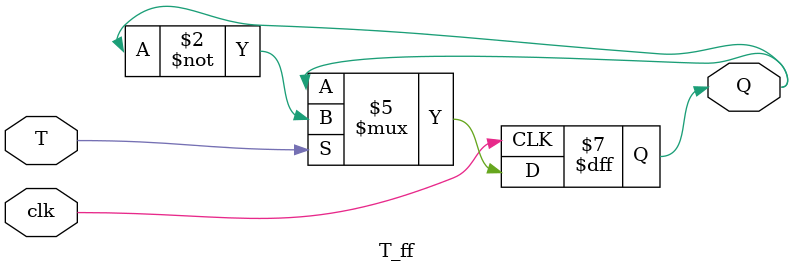
<source format=v>
module T_ff (
    input T,
    input clk,
    output reg Q);
    initial begin
        Q = 0;  
    end

    always @(posedge clk) begin
        if (T)
            Q <= ~Q;
        else
            Q <= Q;
    end
endmodule

     

</source>
